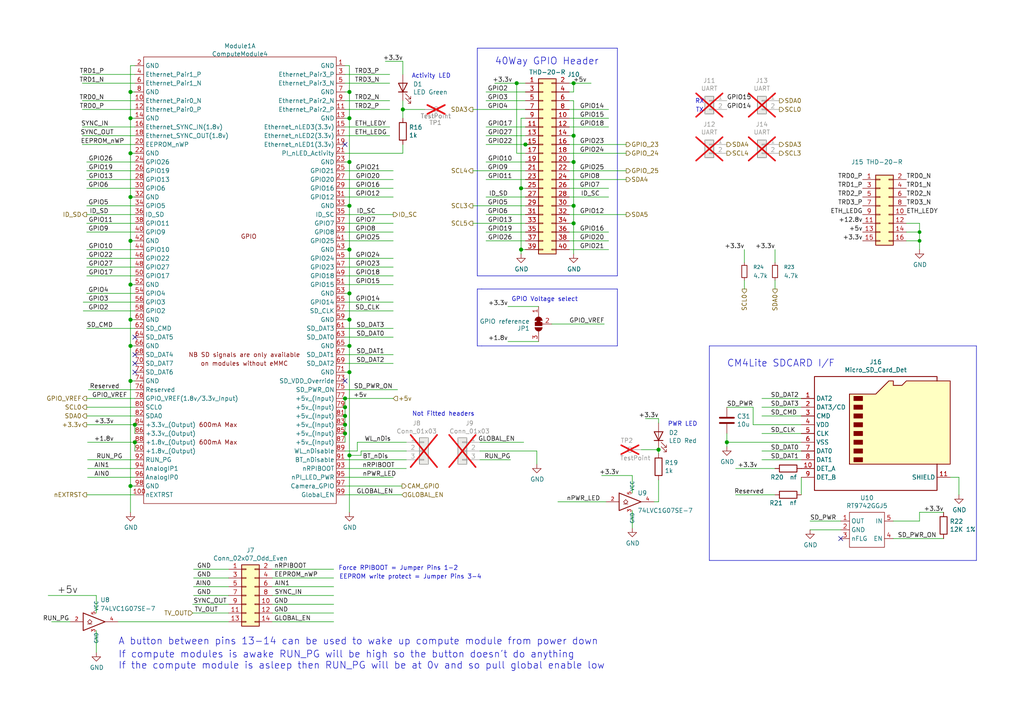
<source format=kicad_sch>
(kicad_sch (version 20250114) (generator "eeschema") (generator_version "9.0")
  (paper "A4")
  (title_block (title "NFC terminal carreir board") (date "2025-08-16") (rev "1") (company "Grigorii Merkushev (aka brushknight)") (comment 1 "brushknight.com"))
  (text "TX" (at 202.946 32.004 0) (effects (font (size 1.27 1.27))))
  (text "PWR LED" (at 193.675 123.825 0) (effects (font (size 1.27 1.27)) (justify left bottom)))
  (text "40Way GPIO Header" (at 143.51 19.05 0) (effects (font (size 2.007 2.007)) (justify left bottom)))
  (text "CM4Lite SDCARD I/F" (at 210.82 106.68 0) (effects (font (size 2.007 2.007)) (justify left bottom)))
  (text "GPIO Voltage select\n" (at 167.64 87.63 0) (effects (font (size 1.27 1.27)) (justify right bottom)))
  (text "Activity LED" (at 119.38 22.86 0) (effects (font (size 1.27 1.27)) (justify left bottom)))
  (text "EEPROM write protect = Jumper Pins 3-4\n\n" (at 139.7 170.18 0) (effects (font (size 1.27 1.27)) (justify right bottom)))
  (text "Not Fitted headers" (at 137.668 120.904 0) (effects (font (size 1.27 1.27)) (justify right bottom)))
  (text "A button between pins 13-14 can be used to wake up compute module from power down\n\n" (at 34.29 190.5 0) (effects (font (size 2.007 2.007)) (justify left bottom)))
  (text "If compute modules is awake RUN_PG will be high so the button doesn't do anything\nIf the compute module is asleep then RUN_PG will be at 0v and so pull global enable low" (at 34.29 194.31 0) (effects (font (size 2.007 2.007)) (justify left bottom)))
  (text "Force RPIBOOT = Jumper Pins 1-2 \n" (at 133.858 165.608 0) (effects (font (size 1.27 1.27)) (justify right bottom)))
  (text "RX" (at 202.946 29.464 0) (effects (font (size 1.27 1.27))))
  (junction (at 37.846 92.71) (diameter 1.016))
  (junction (at 101.346 132.08) (diameter 1.016))
  (junction (at 266.7 69.85))
  (junction (at 166.37 39.37) (diameter 1.016))
  (junction (at 101.346 59.69) (diameter 1.016))
  (junction (at 151.13 54.61) (diameter 1.016))
  (junction (at 166.37 24.13) (diameter 1.016))
  (junction (at 101.346 46.99) (diameter 1.016))
  (junction (at 101.346 72.39) (diameter 1.016))
  (junction (at 101.346 26.67) (diameter 1.016))
  (junction (at 151.13 72.39) (diameter 1.016))
  (junction (at 100.076 125.73) (diameter 1.016))
  (junction (at 101.346 85.09) (diameter 1.016))
  (junction (at 166.37 64.77) (diameter 1.016))
  (junction (at 37.846 69.85) (diameter 1.016))
  (junction (at 37.846 26.67) (diameter 1.016))
  (junction (at 100.076 120.65) (diameter 1.016))
  (junction (at 37.846 100.33) (diameter 1.016))
  (junction (at 37.846 44.45) (diameter 1.016))
  (junction (at 39.116 123.19) (diameter 1.016))
  (junction (at 116.84 31.75) (diameter 1.016))
  (junction (at 101.346 107.95) (diameter 1.016))
  (junction (at 101.346 34.29) (diameter 1.016))
  (junction (at 149.86 24.13) (diameter 1.016))
  (junction (at 166.37 46.99) (diameter 1.016))
  (junction (at 191.008 130.429) (diameter 1.016))
  (junction (at 210.82 128.27) (diameter 1.016))
  (junction (at 101.346 92.71) (diameter 1.016))
  (junction (at 266.7 67.31))
  (junction (at 100.076 115.57) (diameter 1.016))
  (junction (at 100.076 123.19) (diameter 1.016))
  (junction (at 101.346 100.33) (diameter 1.016))
  (junction (at 37.846 82.55) (diameter 1.016))
  (junction (at 166.37 59.69) (diameter 1.016))
  (junction (at 39.116 128.27) (diameter 1.016))
  (junction (at 37.846 110.49) (diameter 1.016))
  (junction (at 37.846 34.29) (diameter 1.016))
  (junction (at 37.846 57.15) (diameter 1.016))
  (junction (at 37.846 140.97) (diameter 1.016))
  (junction (at 152.4 41.91) (diameter 1.016))
  (junction (at 100.076 118.11) (diameter 1.016))
  (no_connect (at 243.84 156.21))
  (no_connect (at 100.076 110.49))
  (no_connect (at 39.116 97.79))
  (no_connect (at 100.076 41.91))
  (no_connect (at 39.116 107.95))
  (no_connect (at 39.116 105.41))
  (no_connect (at 39.116 102.87))
  (wire (pts (xy 25.146 118.11) (xy 39.116 118.11)))
  (wire (pts (xy 23.876 36.83) (xy 39.116 36.83)))
  (wire (pts (xy 37.846 57.15) (xy 39.116 57.15)))
  (wire (pts (xy 78.994 175.26) (xy 96.774 175.26)))
  (wire (pts (xy 166.37 64.77) (xy 166.37 73.66)))
  (wire (pts (xy 100.076 44.45) (xy 116.84 44.45)))
  (wire (pts (xy 140.97 39.37) (xy 152.4 39.37)))
  (wire (pts (xy 166.37 29.21) (xy 166.37 39.37)))
  (wire (pts (xy 78.994 170.18) (xy 96.774 170.18)))
  (wire (pts (xy 56.134 167.64) (xy 66.294 167.64)))
  (wire (pts (xy 101.346 132.08) (xy 101.346 148.59)))
  (wire (pts (xy 100.076 21.59) (xy 113.03 21.59)))
  (polyline (pts (xy 179.07 100.33) (xy 139.7 100.33)) (stroke (width 0) (type solid)))
  (wire (pts (xy 101.346 46.99) (xy 101.346 59.69)))
  (wire (pts (xy 37.846 44.45) (xy 37.846 57.15)))
  (wire (pts (xy 140.97 52.07) (xy 152.4 52.07)))
  (wire (pts (xy 100.076 85.09) (xy 101.346 85.09)))
  (wire (pts (xy 266.7 64.77) (xy 266.7 67.31)))
  (wire (pts (xy 56.134 170.18) (xy 66.294 170.18)))
  (wire (pts (xy 147.32 99.06) (xy 156.21 99.06)))
  (polyline (pts (xy 139.7 83.82) (xy 138.43 83.82)) (stroke (width 0) (type solid)))
  (wire (pts (xy 183.388 137.922) (xy 174.498 137.922)))
  (wire (pts (xy 166.37 64.77) (xy 166.37 59.69)))
  (wire (pts (xy 27.94 172.72) (xy 27.94 177.8)))
  (wire (pts (xy 25.4 138.43) (xy 39.116 138.43)))
  (wire (pts (xy 137.16 49.53) (xy 152.4 49.53)))
  (wire (pts (xy 100.076 80.01) (xy 114.046 80.01)))
  (wire (pts (xy 103.632 128.27) (xy 117.856 128.27)))
  (wire (pts (xy 100.076 34.29) (xy 101.346 34.29)))
  (wire (pts (xy 137.16 59.69) (xy 152.4 59.69)))
  (polyline (pts (xy 205.74 162.56) (xy 205.74 100.33)) (stroke (width 0) (type solid)))
  (wire (pts (xy 139.192 133.35) (xy 148.082 133.35)))
  (wire (pts (xy 25.146 115.57) (xy 39.116 115.57)))
  (wire (pts (xy 100.076 52.07) (xy 114.046 52.07)))
  (wire (pts (xy 140.97 62.23) (xy 152.4 62.23)))
  (wire (pts (xy 101.346 85.09) (xy 101.346 92.71)))
  (wire (pts (xy 166.37 46.99) (xy 165.1 46.99)))
  (wire (pts (xy 37.846 19.05) (xy 37.846 26.67)))
  (wire (pts (xy 100.076 36.83) (xy 113.03 36.83)))
  (wire (pts (xy 25.146 59.69) (xy 39.116 59.69)))
  (wire (pts (xy 166.37 39.37) (xy 165.1 39.37)))
  (wire (pts (xy 100.076 87.63) (xy 114.046 87.63)))
  (wire (pts (xy 56.134 172.72) (xy 66.294 172.72)))
  (wire (pts (xy 100.076 133.35) (xy 117.856 133.35)))
  (wire (pts (xy 78.994 172.72) (xy 96.774 172.72)))
  (wire (pts (xy 37.846 69.85) (xy 39.116 69.85)))
  (wire (pts (xy 100.076 19.05) (xy 101.346 19.05)))
  (wire (pts (xy 140.97 29.21) (xy 152.4 29.21)))
  (wire (pts (xy 266.7 69.85) (xy 266.7 72.39)))
  (wire (pts (xy 25.4 133.35) (xy 39.116 133.35)))
  (wire (pts (xy 100.076 67.31) (xy 114.046 67.31)))
  (wire (pts (xy 100.076 107.95) (xy 101.346 107.95)))
  (wire (pts (xy 23.876 39.37) (xy 39.116 39.37)))
  (wire (pts (xy 137.16 64.77) (xy 152.4 64.77)))
  (wire (pts (xy 100.076 140.97) (xy 116.586 140.97)))
  (polyline (pts (xy 179.07 13.97) (xy 138.43 13.97)) (stroke (width 0) (type solid)))
  (wire (pts (xy 213.36 135.89) (xy 224.79 135.89)))
  (wire (pts (xy 100.076 46.99) (xy 101.346 46.99)))
  (wire (pts (xy 100.076 138.43) (xy 114.046 138.43)))
  (wire (pts (xy 101.346 132.08) (xy 104.7242 132.08)))
  (wire (pts (xy 100.076 26.67) (xy 101.346 26.67)))
  (wire (pts (xy 143.51 24.13) (xy 149.86 24.13)))
  (wire (pts (xy 165.1 24.13) (xy 166.37 24.13)))
  (wire (pts (xy 266.7 148.59) (xy 266.7 151.13)))
  (wire (pts (xy 100.076 24.13) (xy 113.03 24.13)))
  (wire (pts (xy 39.116 19.05) (xy 37.846 19.05)))
  (wire (pts (xy 191.008 121.412) (xy 187.198 121.412)))
  (wire (pts (xy 25.4 128.27) (xy 39.116 128.27)))
  (wire (pts (xy 100.076 120.65) (xy 100.076 123.19)))
  (wire (pts (xy 34.29 180.34) (xy 66.294 180.34)))
  (wire (pts (xy 243.84 151.13) (xy 234.95 151.13)))
  (wire (pts (xy 100.076 82.55) (xy 114.046 82.55)))
  (wire (pts (xy 39.116 128.27) (xy 39.37 128.27)))
  (wire (pts (xy 262.89 64.77) (xy 266.7 64.77)))
  (wire (pts (xy 39.116 140.97) (xy 37.846 140.97)))
  (wire (pts (xy 218.44 123.19) (xy 218.44 118.11)))
  (wire (pts (xy 25.146 46.99) (xy 39.116 46.99)))
  (wire (pts (xy 25.146 120.65) (xy 39.116 120.65)))
  (wire (pts (xy 13.97 172.72) (xy 27.94 172.72)))
  (wire (pts (xy 165.1 36.83) (xy 176.53 36.83)))
  (wire (pts (xy 232.41 138.43) (xy 232.41 143.51)))
  (wire (pts (xy 100.076 115.57) (xy 114.046 115.57)))
  (wire (pts (xy 78.994 180.34) (xy 96.774 180.34)))
  (wire (pts (xy 101.346 92.71) (xy 101.346 100.33)))
  (wire (pts (xy 37.846 82.55) (xy 39.116 82.55)))
  (wire (pts (xy 165.1 29.21) (xy 166.37 29.21)))
  (wire (pts (xy 100.076 62.23) (xy 114.046 62.23)))
  (wire (pts (xy 101.346 72.39) (xy 101.346 85.09)))
  (wire (pts (xy 25.146 54.61) (xy 39.116 54.61)))
  (wire (pts (xy 100.076 69.85) (xy 114.046 69.85)))
  (wire (pts (xy 151.13 34.29) (xy 151.13 54.61)))
  (polyline (pts (xy 179.07 13.97) (xy 179.07 80.01)) (stroke (width 0) (type solid)))
  (wire (pts (xy 191.008 122.682) (xy 191.008 121.412)))
  (wire (pts (xy 37.846 92.71) (xy 39.116 92.71)))
  (wire (pts (xy 151.13 54.61) (xy 152.4 54.61)))
  (wire (pts (xy 56.134 165.1) (xy 66.294 165.1)))
  (wire (pts (xy 100.076 77.47) (xy 114.046 77.47)))
  (polyline (pts (xy 138.43 100.33) (xy 138.43 83.82)) (stroke (width 0) (type solid)))
  (wire (pts (xy 262.89 67.31) (xy 266.7 67.31)))
  (wire (pts (xy 37.846 110.49) (xy 37.846 140.97)))
  (wire (pts (xy 149.86 24.13) (xy 149.86 44.45)))
  (polyline (pts (xy 179.07 83.82) (xy 179.07 100.33)) (stroke (width 0) (type solid)))
  (wire (pts (xy 165.1 31.75) (xy 176.53 31.75)))
  (wire (pts (xy 100.076 125.73) (xy 100.076 128.27)))
  (wire (pts (xy 140.97 67.31) (xy 152.4 67.31)))
  (wire (pts (xy 25.146 62.23) (xy 39.116 62.23)))
  (wire (pts (xy 165.1 67.31) (xy 176.53 67.31)))
  (wire (pts (xy 114.046 90.17) (xy 100.076 90.17)))
  (wire (pts (xy 165.1 69.85) (xy 176.53 69.85)))
  (wire (pts (xy 100.076 59.69) (xy 101.346 59.69)))
  (wire (pts (xy 25.146 52.07) (xy 39.116 52.07)))
  (wire (pts (xy 139.192 130.81) (xy 155.702 130.81)))
  (wire (pts (xy 100.076 118.11) (xy 100.076 120.65)))
  (wire (pts (xy 25.146 95.25) (xy 39.116 95.25)))
  (wire (pts (xy 165.1 54.61) (xy 176.53 54.61)))
  (wire (pts (xy 25.4 135.89) (xy 39.116 135.89)))
  (wire (pts (xy 183.388 148.082) (xy 183.388 153.162)))
  (wire (pts (xy 191.008 139.192) (xy 191.008 145.542)))
  (wire (pts (xy 160.02 93.98) (xy 175.26 93.98)))
  (wire (pts (xy 259.08 156.21) (xy 273.685 156.21)))
  (wire (pts (xy 100.076 29.21) (xy 113.03 29.21)))
  (wire (pts (xy 232.41 133.35) (xy 220.98 133.35)))
  (wire (pts (xy 100.076 123.19) (xy 100.076 125.73)))
  (wire (pts (xy 23.876 41.91) (xy 39.116 41.91)))
  (wire (pts (xy 23.876 21.59) (xy 39.116 21.59)))
  (wire (pts (xy 140.97 36.83) (xy 152.4 36.83)))
  (wire (pts (xy 165.1 49.53) (xy 181.61 49.53)))
  (wire (pts (xy 100.076 31.75) (xy 113.03 31.75)))
  (wire (pts (xy 191.008 130.302) (xy 191.008 130.429)))
  (wire (pts (xy 165.1 57.15) (xy 176.53 57.15)))
  (wire (pts (xy 151.13 54.61) (xy 151.13 72.39)))
  (wire (pts (xy 25.146 85.09) (xy 39.116 85.09)))
  (wire (pts (xy 25.146 49.53) (xy 39.116 49.53)))
  (wire (pts (xy 243.84 153.67) (xy 234.95 153.67)))
  (wire (pts (xy 78.994 167.64) (xy 96.774 167.64)))
  (wire (pts (xy 220.98 115.57) (xy 232.41 115.57)))
  (wire (pts (xy 100.076 39.37) (xy 113.03 39.37)))
  (wire (pts (xy 55.88 177.8) (xy 66.294 177.8)))
  (wire (pts (xy 37.846 100.33) (xy 39.116 100.33)))
  (wire (pts (xy 191.008 145.542) (xy 189.738 145.542)))
  (polyline (pts (xy 283.21 100.33) (xy 283.21 162.56)) (stroke (width 0) (type solid)))
  (wire (pts (xy 166.37 39.37) (xy 166.37 46.99)))
  (wire (pts (xy 25.146 143.51) (xy 39.116 143.51)))
  (wire (pts (xy 165.1 34.29) (xy 176.53 34.29)))
  (wire (pts (xy 266.7 67.31) (xy 266.7 69.85)))
  (wire (pts (xy 100.076 113.03) (xy 115.316 113.03)))
  (wire (pts (xy 278.13 138.43) (xy 278.13 143.51)))
  (wire (pts (xy 140.97 69.85) (xy 152.4 69.85)))
  (wire (pts (xy 78.994 165.1) (xy 96.774 165.1)))
  (wire (pts (xy 165.1 52.07) (xy 181.61 52.07)))
  (wire (pts (xy 100.076 64.77) (xy 114.046 64.77)))
  (wire (pts (xy 100.076 49.53) (xy 114.046 49.53)))
  (wire (pts (xy 140.97 26.67) (xy 152.4 26.67)))
  (wire (pts (xy 140.97 57.15) (xy 152.4 57.15)))
  (wire (pts (xy 262.89 69.85) (xy 266.7 69.85)))
  (wire (pts (xy 213.36 143.51) (xy 224.79 143.51)))
  (wire (pts (xy 101.346 26.67) (xy 101.346 34.29)))
  (wire (pts (xy 139.192 128.27) (xy 151.892 128.27)))
  (wire (pts (xy 25.146 67.31) (xy 39.116 67.31)))
  (wire (pts (xy 39.116 125.73) (xy 39.116 123.19)))
  (wire (pts (xy 78.994 177.8) (xy 96.774 177.8)))
  (wire (pts (xy 183.388 143.002) (xy 183.388 137.922)))
  (polyline (pts (xy 139.7 83.82) (xy 179.07 83.82)) (stroke (width 0) (type solid)))
  (wire (pts (xy 215.9 72.39) (xy 215.9 76.2)))
  (wire (pts (xy 116.84 31.75) (xy 116.84 29.21)))
  (wire (pts (xy 25.146 64.77) (xy 39.116 64.77)))
  (wire (pts (xy 25.146 80.01) (xy 39.116 80.01)))
  (wire (pts (xy 186.0042 130.429) (xy 191.008 130.429)))
  (wire (pts (xy 100.076 74.93) (xy 114.046 74.93)))
  (wire (pts (xy 273.685 148.59) (xy 266.7 148.59)))
  (wire (pts (xy 39.116 130.81) (xy 39.116 128.27)))
  (wire (pts (xy 101.346 59.69) (xy 101.346 72.39)))
  (wire (pts (xy 166.37 59.69) (xy 166.37 46.99)))
  (polyline (pts (xy 283.21 162.56) (xy 205.74 162.56)) (stroke (width 0) (type solid)))
  (wire (pts (xy 191.008 130.429) (xy 191.008 131.572)))
  (wire (pts (xy 116.84 21.59) (xy 116.84 17.78)))
  (wire (pts (xy 224.79 72.39) (xy 224.79 76.2)))
  (wire (pts (xy 210.82 125.73) (xy 210.82 128.27)))
  (wire (pts (xy 100.076 100.33) (xy 101.346 100.33)))
  (wire (pts (xy 100.076 143.51) (xy 116.586 143.51)))
  (wire (pts (xy 37.846 110.49) (xy 39.116 110.49)))
  (wire (pts (xy 220.98 130.81) (xy 232.41 130.81)))
  (wire (pts (xy 210.82 118.11) (xy 218.44 118.11)))
  (wire (pts (xy 166.37 24.13) (xy 171.45 24.13)))
  (wire (pts (xy 151.13 72.39) (xy 152.4 72.39)))
  (wire (pts (xy 37.846 44.45) (xy 39.116 44.45)))
  (wire (pts (xy 100.076 115.57) (xy 100.076 118.11)))
  (wire (pts (xy 166.37 26.67) (xy 166.37 24.13)))
  (wire (pts (xy 104.7242 132.08) (xy 104.7242 130.81)))
  (wire (pts (xy 39.116 34.29) (xy 37.846 34.29)))
  (wire (pts (xy 101.346 34.29) (xy 101.346 46.99)))
  (wire (pts (xy 149.86 44.45) (xy 152.4 44.45)))
  (wire (pts (xy 55.88 175.26) (xy 66.294 175.26)))
  (wire (pts (xy 23.876 29.21) (xy 39.116 29.21)))
  (wire (pts (xy 100.076 130.81) (xy 103.632 130.81)))
  (wire (pts (xy 37.846 34.29) (xy 37.846 44.45)))
  (wire (pts (xy 232.41 123.19) (xy 218.44 123.19)))
  (polyline (pts (xy 138.43 100.33) (xy 139.7 100.33)) (stroke (width 0) (type solid)))
  (wire (pts (xy 25.146 74.93) (xy 39.116 74.93)))
  (wire (pts (xy 114.046 102.87) (xy 100.076 102.87)))
  (wire (pts (xy 152.4 34.29) (xy 151.13 34.29)))
  (wire (pts (xy 259.08 151.13) (xy 266.7 151.13)))
  (wire (pts (xy 25.146 77.47) (xy 39.116 77.47)))
  (wire (pts (xy 100.076 57.15) (xy 114.046 57.15)))
  (wire (pts (xy 24.13 90.17) (xy 39.116 90.17)))
  (wire (pts (xy 100.076 92.71) (xy 101.346 92.71)))
  (wire (pts (xy 39.116 26.67) (xy 37.846 26.67)))
  (wire (pts (xy 24.13 87.63) (xy 39.116 87.63)))
  (wire (pts (xy 27.94 182.88) (xy 27.94 189.23)))
  (wire (pts (xy 37.846 82.55) (xy 37.846 92.71)))
  (wire (pts (xy 25.6032 113.03) (xy 39.116 113.03)))
  (wire (pts (xy 165.1 64.77) (xy 166.37 64.77)))
  (polyline (pts (xy 205.74 100.33) (xy 283.21 100.33)) (stroke (width 0) (type solid)))
  (wire (pts (xy 111.76 17.78) (xy 116.84 17.78)))
  (wire (pts (xy 37.846 92.71) (xy 37.846 100.33)))
  (polyline (pts (xy 138.43 80.01) (xy 179.07 80.01)) (stroke (width 0) (type solid)))
  (wire (pts (xy 37.846 100.33) (xy 37.846 110.49)))
  (wire (pts (xy 101.346 19.05) (xy 101.346 26.67)))
  (wire (pts (xy 37.846 140.97) (xy 37.846 148.59)))
  (wire (pts (xy 25.146 123.19) (xy 39.116 123.19)))
  (wire (pts (xy 140.97 46.99) (xy 152.4 46.99)))
  (wire (pts (xy 140.97 41.91) (xy 152.4 41.91)))
  (wire (pts (xy 232.41 118.11) (xy 220.98 118.11)))
  (wire (pts (xy 161.798 145.542) (xy 175.768 145.542)))
  (wire (pts (xy 232.41 125.73) (xy 220.98 125.73)))
  (wire (pts (xy 103.632 130.81) (xy 103.632 128.27)))
  (wire (pts (xy 165.1 62.23) (xy 181.61 62.23)))
  (wire (pts (xy 37.846 57.15) (xy 37.846 69.85)))
  (wire (pts (xy 275.59 138.43) (xy 278.13 138.43)))
  (wire (pts (xy 154.94 41.91) (xy 152.4 41.91)))
  (wire (pts (xy 165.1 59.69) (xy 166.37 59.69)))
  (wire (pts (xy 100.076 97.79) (xy 114.046 97.79)))
  (wire (pts (xy 101.346 100.33) (xy 101.346 107.95)))
  (wire (pts (xy 224.79 81.28) (xy 224.79 83.82)))
  (wire (pts (xy 155.702 130.81) (xy 155.702 134.62)))
  (wire (pts (xy 100.076 105.41) (xy 114.046 105.41)))
  (wire (pts (xy 165.1 41.91) (xy 181.61 41.91)))
  (wire (pts (xy 210.82 128.27) (xy 210.82 129.54)))
  (wire (pts (xy 23.876 24.13) (xy 39.116 24.13)))
  (wire (pts (xy 114.046 95.25) (xy 100.076 95.25)))
  (wire (pts (xy 165.1 26.67) (xy 166.37 26.67)))
  (wire (pts (xy 215.9 81.28) (xy 215.9 83.82)))
  (wire (pts (xy 147.32 88.9) (xy 156.21 88.9)))
  (wire (pts (xy 14.986 180.34) (xy 20.32 180.34)))
  (wire (pts (xy 100.076 135.89) (xy 117.856 135.89)))
  (wire (pts (xy 123.19 31.75) (xy 116.84 31.75)))
  (wire (pts (xy 116.84 34.29) (xy 116.84 31.75)))
  (wire (pts (xy 151.13 72.39) (xy 151.13 73.66)))
  (wire (pts (xy 100.076 54.61) (xy 114.046 54.61)))
  (wire (pts (xy 220.98 120.65) (xy 232.41 120.65)))
  (wire (pts (xy 25.146 72.39) (xy 39.116 72.39)))
  (wire (pts (xy 210.82 128.27) (xy 232.41 128.27)))
  (wire (pts (xy 116.84 44.45) (xy 116.84 41.91)))
  (wire (pts (xy 137.16 31.75) (xy 152.4 31.75)))
  (wire (pts (xy 165.1 44.45) (xy 181.61 44.45)))
  (polyline (pts (xy 138.43 13.97) (xy 138.43 80.01)) (stroke (width 0) (type solid)))
  (wire (pts (xy 101.346 107.95) (xy 101.346 132.08)))
  (wire (pts (xy 104.7242 130.81) (xy 117.856 130.81)))
  (wire (pts (xy 23.876 31.75) (xy 39.116 31.75)))
  (wire (pts (xy 152.4 24.13) (xy 149.86 24.13)))
  (wire (pts (xy 37.846 69.85) (xy 37.846 82.55)))
  (wire (pts (xy 100.076 72.39) (xy 101.346 72.39)))
  (wire (pts (xy 165.1 72.39) (xy 176.53 72.39)))
  (wire (pts (xy 37.846 26.67) (xy 37.846 34.29)))
  (label "GPIO12" (at 110.236 57.15 180))
  (label "GPIO15" (at 175.26 34.29 180))
  (label "ID_SD" (at 147.32 57.15 180))
  (label "ETH_LEDG" (at 250.19 62.23 180))
  (label "GPIO23" (at 110.236 77.47 180))
  (label "+12.8v" (at 250.19 64.77 180))
  (label "SD_PWR_ON" (at 102.616 113.03 0))
  (label "+3.3v" (at 250.19 69.85 180))
  (label "ID_SC" (at 108.966 62.23 180))
  (label "GPIO14" (at 110.236 87.63 180))
  (label "TRD1_P" (at 30.226 21.59 180))
  (label "Reserved" (at 34.671 113.03 180))
  (label "SD_DAT3" (at 223.52 118.11 0))
  (label "SD_DAT3" (at 111.506 95.25 180))
  (label "+3.3v" (at 147.32 88.9 180))
  (label "GPIO12" (at 175.26 62.23 180))
  (label "SD_DAT0" (at 223.52 130.81 0))
  (label "SD_PWR" (at 234.95 151.13 0))
  (label "GPIO11" (at 148.59 52.07 180))
  (label "GPIO18" (at 175.26 36.83 180))
  (label "nPWR_LED" (at 105.156 138.43 0))
  (label "GND" (at 83.566 175.26 180))
  (label "GPIO3" (at 147.32 29.21 180))
  (label "GPIO15" (at 210.82 29.21 0))
  (label "SD_PWR" (at 210.82 118.11 0))
  (label "+5v" (at 16.51 172.72 0) (effects (font (size 2.0066 2.0066))))
  (label "SD_DAT0" (at 111.506 97.79 180))
  (label "GPIO14" (at 175.26 31.75 180))
  (label "GPIO7" (at 173.99 54.61 180))
  (label "GPIO20" (at 110.236 52.07 180))
  (label "SD_DAT1" (at 223.52 133.35 0))
  (label "+5v" (at 250.19 67.31 180))
  (label "GPIO26" (at 148.59 69.85 180))
  (label "BT_nDis" (at 112.6236 133.35 180))
  (label "TRD2_P" (at 250.19 57.15 180))
  (label "SD_DAT2" (at 111.506 105.41 180))
  (label "EEPROM_nWP" (at 36.068 41.91 180))
  (label "GPIO8" (at 108.966 67.31 180))
  (label "AIN0" (at 61.214 170.18 180))
  (label "GPIO26" (at 32.766 46.99 180))
  (label "+3.3v" (at 219.71 135.89 180))
  (label "GPIO5" (at 147.32 59.69 180))
  (label "SYNC_IN" (at 31.496 36.83 180))
  (label "GPIO2" (at 147.32 26.67 180))
  (label "SD_PWR_ON" (at 260.35 156.21 0))
  (label "GPIO18" (at 110.236 80.01 180))
  (label "GPIO15" (at 110.236 82.55 180))
  (label "TRD2_P" (at 102.87 31.75 0))
  (label "GPIO25" (at 110.236 69.85 180))
  (label "nRPIBOOT" (at 114.5032 135.89 180))
  (label "GPIO_VREF" (at 26.67 115.57 0))
  (label "GPIO6" (at 147.32 62.23 180))
  (label "GPIO13" (at 148.59 64.77 180))
  (label "TRD1_N" (at 262.89 54.61 0))
  (label "GPIO6" (at 31.496 54.61 180))
  (label "TRD3_N" (at 102.87 24.13 0))
  (label "GPIO17" (at 148.59 36.83 180))
  (label "GPIO9" (at 147.32 49.53 180))
  (label "GPIO25" (at 175.26 49.53 180))
  (label "TRD0_P" (at 250.19 52.07 180))
  (label "GPIO21" (at 175.26 72.39 180))
  (label "AIN1" (at 84.074 170.18 180))
  (label "GPIO13" (at 32.766 52.07 180))
  (label "GPIO_VREF" (at 165.1 93.98 0))
  (label "GPIO19" (at 148.59 67.31 180))
  (label "+3.3v" (at 191.008 121.412 180))
  (label "GPIO16" (at 110.236 54.61 180))
  (label "AIN1" (at 31.75 135.89 180))
  (label "SYNC_IN" (at 87.63 172.72 180))
  (label "TRD0_N" (at 30.226 29.21 180))
  (label "SD_CMD" (at 32.766 95.25 180))
  (label "GND" (at 61.214 165.1 180))
  (label "+5v" (at 170.18 24.13 180))
  (label "RUN_PG" (at 148.082 133.35 180))
  (label "TRD3_N" (at 262.89 59.69 0))
  (label "GPIO22" (at 32.766 74.93 180))
  (label "SD_CLK" (at 223.52 125.73 0))
  (label "GPIO19" (at 32.766 49.53 180))
  (label "+3.3v" (at 148.59 24.13 180))
  (label "GPIO4" (at 31.496 85.09 180))
  (label "nPWR_LED" (at 164.338 145.542 0))
  (label "GPIO5" (at 31.496 59.69 180))
  (label "+3.3v" (at 33.02 123.19 180))
  (label "GPIO10" (at 148.59 46.99 180))
  (label "+5v" (at 106.426 115.57 180))
  (label "SYNC_OUT" (at 33.02 39.37 180))
  (label "TRD2_N" (at 262.89 57.15 0))
  (label "GPIO14" (at 210.82 31.75 0))
  (label "GND" (at 61.214 167.64 180))
  (label "EEPROM_nWP" (at 92.202 167.64 180))
  (label "SYNC_OUT" (at 65.786 175.26 180))
  (label "GLOBAL_EN" (at 114.046 143.51 180))
  (label "+3.3v" (at 273.685 148.59 180))
  (label "GPIO27" (at 32.766 77.47 180))
  (label "GLOBAL_EN" (at 90.17 180.34 180))
  (label "GLOBAL_EN" (at 149.352 128.27 180))
  (label "GPIO27" (at 148.59 39.37 180))
  (label "GPIO11" (at 32.766 64.77 180))
  (label "+1.8v" (at 33.02 128.27 180))
  (label "GND" (at 61.214 172.72 180))
  (label "TV_OUT" (at 63.246 177.8 180))
  (label "RUN_PG" (at 35.56 133.35 180))
  (label "TRD3_P" (at 102.87 21.59 0))
  (label "GPIO20" (at 175.26 69.85 180))
  (label "GPIO7" (at 108.966 64.77 180))
  (label "+3.3v" (at 215.9 72.39 180))
  (label "SD_DAT1" (at 111.506 102.87 180))
  (label "ID_SC" (at 173.99 57.15 180))
  (label "TRD1_N" (at 30.226 24.13 180))
  (label "GPIO22" (at 148.59 41.91 180))
  (label "ETH_LEDG" (at 102.87 39.37 0))
  (label "+3.3v" (at 116.84 17.78 180))
  (label "GPIO8" (at 173.99 52.07 180))
  (label "ETH_LEDY" (at 102.87 36.83 0))
  (label "TRD3_P" (at 250.19 59.69 180))
  (label "TRD0_N" (at 262.89 52.07 0))
  (label "GND" (at 83.566 177.8 180))
  (label "GPIO3" (at 31.496 87.63 180))
  (label "GPIO17" (at 32.766 80.01 180))
  (label "GPIO2" (at 31.496 90.17 180))
  (label "WL_nDis" (at 113.411 128.27 180))
  (label "ID_SD" (at 31.496 62.23 180))
  (label "TRD2_N" (at 102.87 29.21 0))
  (label "GPIO9" (at 31.496 67.31 180))
  (label "nRPIBOOT" (at 88.9 165.1 180))
  (label "+3.3v" (at 179.578 137.922 180))
  (label "GPIO23" (at 175.26 41.91 180))
  (label "SD_CLK" (at 110.236 90.17 180))
  (label "GPIO24" (at 110.236 74.93 180))
  (label "+1.8v" (at 147.32 99.06 180))
  (label "SD_CMD" (at 223.52 120.65 0))
  (label "GPIO4" (at 147.32 31.75 180))
  (label "RUN_PG" (at 20.066 180.34 180))
  (label "GPIO16" (at 175.26 67.31 180))
  (label "GPIO10" (at 32.766 72.39 180))
  (label "GPIO21" (at 110.236 49.53 180))
  (label "TRD0_P" (at 30.226 31.75 180))
  (label "TRD1_P" (at 250.19 54.61 180))
  (label "GPIO24" (at 175.26 44.45 180))
  (label "AIN0" (at 31.75 138.43 180))
  (label "+3.3v" (at 224.79 72.39 180))
  (label "SD_DAT2" (at 223.52 115.57 0))
  (label "Reserved" (at 221.615 143.51 180))
  (label "ETH_LEDY" (at 262.89 62.23 0))
  (hierarchical_label "+5v" (shape input) (at 114.046 115.57 0))
  (hierarchical_label "GLOBAL_EN" (shape input) (at 116.586 143.51 0))
  (hierarchical_label "ID_SC" (shape output) (at 114.046 62.23 0))
  (hierarchical_label "SDA4" (shape output) (at 210.82 41.91 0))
  (hierarchical_label "SDA0" (shape output) (at 226.06 29.21 0))
  (hierarchical_label "GPIO_23" (shape output) (at 181.61 41.91 0))
  (hierarchical_label "SCL3" (shape output) (at 226.06 44.45 0))
  (hierarchical_label "SCL4" (shape output) (at 137.16 49.53 180))
  (hierarchical_label "SDA3" (shape output) (at 226.06 41.91 0))
  (hierarchical_label "SCL3" (shape output) (at 137.16 59.69 180))
  (hierarchical_label "SDA4" (shape output) (at 181.61 52.07 0))
  (hierarchical_label "SCL0" (shape output) (at 226.06 31.75 0))
  (hierarchical_label "SCL0" (shape output) (at 215.9 83.82 270))
  (hierarchical_label "SDA5" (shape output) (at 181.61 62.23 0))
  (hierarchical_label "SCL5" (shape output) (at 137.16 64.77 180))
  (hierarchical_label "GPIO_25" (shape output) (at 181.61 49.53 0))
  (hierarchical_label "SDA0" (shape output) (at 224.79 83.82 270))
  (hierarchical_label "GPIO_24" (shape output) (at 181.61 44.45 0))
  (hierarchical_label "TV_OUT" (shape input) (at 55.88 177.8 180))
  (hierarchical_label "SCL4" (shape output) (at 210.82 44.45 0))
  (hierarchical_label "SDA3" (shape output) (at 137.16 31.75 180))
  (hierarchical_label "SCL0" (shape output) (at 25.146 118.11 180))
  (hierarchical_label "ID_SD" (shape output) (at 25.146 62.23 180))
  (hierarchical_label "GPIO_VREF" (shape output) (at 25.146 115.57 180))
  (hierarchical_label "SDA0" (shape output) (at 25.146 120.65 180))
  (hierarchical_label "CAM_GPIO" (shape output) (at 116.586 140.97 0))
  (hierarchical_label "nEXTRST" (shape output) (at 25.146 143.51 180))
  (hierarchical_label "+3.3v" (shape output) (at 25.146 123.19 180))
  (symbol (lib_id "CM4IO:74LVC1G07_copy") (at 183.388 145.542 0) (unit 1)
    (property "Reference" "U9" (at 184.912 143.002 0) (effects (justify left)))
    (property "Value" "74LVC1G07SE-7" (at 184.912 148.082 0) (effects (justify left)))
    (property "Footprint" "Package_TO_SOT_SMD:SOT-353_SC-70-5" (effects (hide yes)))
    (property "Datasheet" "https://www.diodes.com/assets/Datasheets/74LVC1G07.pdf" (effects (hide yes)))
    (property "Field4" "Farnell" (effects (hide yes)))
    (property "Field5" "2425492" (effects (hide yes)))
    (property "Field6" "74LVC1G07SE-7" (effects (hide yes)))
    (property "Field7" "Diodes" (effects (hide yes)))
    (property "Part Description" "Buffer, Non-Inverting 1 Element 1 Bit per Element Open Drain Output SOT-353" (effects (hide yes)))
    (property "LCSC" "C67531" (effects (hide yes)))
    (property "FT Rotation Offset" "90" (effects (hide yes)))
  )
  (symbol (lib_id "CM4IO:74LVC1G07_copy") (at 27.94 180.34 0) (unit 1)
    (property "Reference" "U8" (at 30.48 173.99 0))
    (property "Value" "74LVC1G07SE-7" (at 37.084 176.53 0))
    (property "Footprint" "Package_TO_SOT_SMD:SOT-353_SC-70-5" (effects (hide yes)))
    (property "Datasheet" "https://www.diodes.com/assets/Datasheets/74LVC1G07.pdf" (effects (hide yes)))
    (property "Field4" "Farnell" (effects (hide yes)))
    (property "Field5" "2425492" (effects (hide yes)))
    (property "Field6" "74LVC1G07SE-7" (effects (hide yes)))
    (property "Field7" "Diodes" (effects (hide yes)))
    (property "Part Description" "Buffer, Non-Inverting 1 Element 1 Bit per Element Open Drain Output SOT-353" (effects (hide yes)))
    (property "LCSC" "C67531" (effects (hide yes)))
    (property "FT Rotation Offset" "90" (effects (hide yes)))
  )
  (symbol (lib_id "power:GND") (at 27.94 189.23 0) (unit 1)
    (property "Reference" "#PWR045" (effects (hide yes)))
    (property "Value" "GND" (at 28.067 193.6242 0))
  )
  (symbol (lib_id "CM4IO:RT9742GGJ5") (at 252.73 161.29 0) (unit 1)
    (property "Reference" "U10" (at 251.46 144.399 0))
    (property "Value" "RT9742GGJ5" (at 251.46 146.7104 0))
    (property "Footprint" "Package_TO_SOT_SMD:SOT-23-5" (effects (hide yes)))
    (property "Datasheet" "https://jlcpcb.com/api/file/downloadByFileSystemAccessId/8588885201744879616" (effects (hide yes)))
    (property "Part Description" "  TSOP-5-1.5mm Power Distribution Switches ROHS" (effects (hide yes)))
    (property "LCSC" "C250547" (effects (hide yes)))
    (property "FT Rotation Offset" "0" (effects (hide yes)))
  )
  (symbol (lib_id "power:GND") (at 234.95 153.67 0) (unit 1)
    (property "Reference" "#PWR053" (effects (hide yes)))
    (property "Value" "GND" (at 235.077 158.0642 0))
  )
  (symbol (lib_id "CM4IO:ComputeModule4-CM4") (at 72.136 74.93 0) (unit 1)
    (property "Reference" "Module1" (at 69.596 13.335 0))
    (property "Value" "ComputeModule4" (at 69.596 15.6464 0))
    (property "Footprint" "CM4IO:Raspberry-Pi-4-Compute-Module" (effects (hide yes)))
    (property "Field4" "Hirose" (effects (hide yes)))
    (property "Field5" "2off DF40C-100DS-0.4V" (effects (hide yes)))
    (property "Field6" "2off DF40C-100DS-0.4V" (effects (hide yes)))
    (property "Field7" "Hirose" (effects (hide yes)))
    (property "Part Description" "	100 Position Connector Receptacle, Center Strip Contacts Surface Mount Gold" (effects (hide yes)))
    (property "LCSC" "C424649" (effects (hide yes)))
    (property "FT Rotation Offset" "90" (effects (hide yes)))
    (property "FT Position Offset" "-0.4445,21.5" (effects (hide yes)))
  )
  (symbol (lib_id "Connector_Generic:Conn_02x20_Odd_Even") (at 157.48 46.99 0) (unit 1)
    (property "Reference" "J10" (at 166.37 21.59 0))
    (property "Value" "THD-20-R" (at 158.75 20.9296 0))
    (property "Footprint" "Connector_PinHeader_2.54mm:PinHeader_2x20_P2.54mm_Vertical" (effects (hide yes)))
    (property "Datasheet" "https://www.toby.co.uk/uploads/publications/1673.pdf" (effects (hide yes)))
    (property "Field4" "Toby" (effects (hide yes)))
    (property "Field5" "THD-20-R" (effects (hide yes)))
    (property "Field6" "THD-20-R" (effects (hide yes)))
    (property "Field7" "Toby" (effects (hide yes)))
    (property "Field8" "UCON00511" (effects (hide yes)))
    (property "Part Description" "PinHeader_2x20_P2.54mm_Vertical" (effects (hide yes)))
  )
  (symbol (lib_id "Device:C") (at 210.82 121.92 0) (unit 1)
    (property "Reference" "C31" (at 213.741 120.7516 0) (effects (justify left)))
    (property "Value" "10u" (at 213.741 123.063 0) (effects (justify left)))
    (property "Footprint" "Capacitor_SMD:C_0805_2012Metric" (effects (hide yes)))
    (property "Datasheet" "https://search.murata.co.jp/Ceramy/image/img/A01X/G101/ENG/GRM21BR71A106KA73-01.pdf" (effects (hide yes)))
    (property "Field5" "490-14381-1-ND" (effects (hide yes)))
    (property "Field4" "Digikey" (effects (hide yes)))
    (property "Field6" "GRM21BR71A106KA73L" (effects (hide yes)))
    (property "Field7" "Murata" (effects (hide yes)))
    (property "Part Description" "	10uF 10% 10V Ceramic Capacitor X7R 0805 (2012 Metric)" (effects (hide yes)))
    (property "Field8" "111893011" (effects (hide yes)))
    (property "LCSC" "C15850" (effects (hide yes)))
  )
  (symbol (lib_id "power:GND") (at 166.37 73.66 0) (unit 1)
    (property "Reference" "#PWR050" (effects (hide yes)))
    (property "Value" "GND" (at 166.497 78.0542 0))
  )
  (symbol (lib_id "power:GND") (at 151.13 73.66 0) (unit 1)
    (property "Reference" "#PWR048" (effects (hide yes)))
    (property "Value" "GND" (at 151.257 78.0542 0))
  )
  (symbol (lib_id "power:GND") (at 37.846 148.59 0) (unit 1)
    (property "Reference" "#PWR046" (effects (hide yes)))
    (property "Value" "GND" (at 37.973 152.9842 0))
  )
  (symbol (lib_id "power:GND") (at 101.346 148.59 0) (unit 1)
    (property "Reference" "#PWR047" (effects (hide yes)))
    (property "Value" "GND" (at 101.473 152.9842 0))
  )
  (symbol (lib_id "Device:LED") (at 116.84 25.4 90) (unit 1)
    (property "Reference" "D1" (at 119.8118 24.4094 90) (effects (justify right)))
    (property "Value" "LED Green" (at 119.8118 26.7208 90) (effects (justify right)))
    (property "Footprint" "LED_SMD:LED_0603_1608Metric" (effects (hide yes)))
    (property "Datasheet" "http://optoelectronics.liteon.com/upload/download/DS22-2000-226/LTST-S270KGKT.pdf" (effects (hide yes)))
    (property "Field4" "Digikey " (effects (hide yes)))
    (property "Field5" "LTST-S270KGKT" (effects (hide yes)))
    (property "Field6" "SML-A12M8TT86N" (effects (hide yes)))
    (property "Field7" "Rohm" (effects (hide yes)))
    (property "Field8" "650263301" (effects (hide yes)))
    (property "Part Description" "	Green 572nm LED Indication - Discrete 2.2V 2-SMD, No Lead" (effects (hide yes)))
    (property "LCSC" "C19171301" (effects (hide yes)))
    (property "FT Rotation Offset" "180" (effects (hide yes)))
  )
  (symbol (lib_id "Device:R") (at 116.84 38.1 0) (unit 1)
    (property "Reference" "R16" (at 118.618 36.9316 0) (effects (justify left)))
    (property "Value" "1k" (at 118.618 39.243 0) (effects (justify left)))
    (property "Footprint" "Resistor_SMD:R_0402_1005Metric" (effects (hide yes)))
    (property "Datasheet" "https://fscdn.rohm.com/en/products/databook/datasheet/passive/resistor/chip_resistor/mcr-e.pdf" (effects (hide yes)))
    (property "Field4" "Farnell" (effects (hide yes)))
    (property "Field5" "9239235" (effects (hide yes)))
    (property "Field7" "KOA EUROPE GMBH" (effects (hide yes)))
    (property "Field6" "RK73H1ETTP1001F" (effects (hide yes)))
    (property "Part Description" "Resistor 1K M1005 1% 63mW" (effects (hide yes)))
    (property "Field8" "125049511" (effects (hide yes)))
    (property "LCSC" "C106235" (effects (hide yes)))
  )
  (symbol (lib_id "power:GND") (at 183.388 153.162 0) (unit 1)
    (property "Reference" "#PWR051" (effects (hide yes)))
    (property "Value" "GND" (at 183.515 157.5562 0))
  )
  (symbol (lib_id "Device:LED") (at 191.008 126.492 90) (unit 1)
    (property "Reference" "D2" (at 193.9798 125.5014 90) (effects (justify right)))
    (property "Value" "LED Red" (at 193.9798 127.8128 90) (effects (justify right)))
    (property "Footprint" "LED_SMD:LED_0603_1608Metric" (effects (hide yes)))
    (property "Datasheet" "http://optoelectronics.liteon.com/upload/download/DS22-2000-210/LTST-S270KRKT.pdf" (effects (hide yes)))
    (property "Field4" "Digikey " (effects (hide yes)))
    (property "Field5" "	LTST-S270KRKT" (effects (hide yes)))
    (property "Field6" "SML-A12U8TT86Q" (effects (hide yes)))
    (property "Field7" "Rohm" (effects (hide yes)))
    (property "Field8" "650295101" (effects (hide yes)))
    (property "Part Description" "	Red 620nm LED Indication - Discrete 2.2V 2-SMD, No Lead" (effects (hide yes)))
    (property "LCSC" "C965799" (effects (hide yes)))
  )
  (symbol (lib_id "Device:R") (at 191.008 135.382 0) (unit 1)
    (property "Reference" "R19" (at 192.786 134.2136 0) (effects (justify left)))
    (property "Value" "1k" (at 192.786 136.525 0) (effects (justify left)))
    (property "Footprint" "Resistor_SMD:R_0402_1005Metric" (effects (hide yes)))
    (property "Datasheet" "https://fscdn.rohm.com/en/products/databook/datasheet/passive/resistor/chip_resistor/mcr-e.pdf" (effects (hide yes)))
    (property "Field4" "Farnell" (effects (hide yes)))
    (property "Field5" "9239235" (effects (hide yes)))
    (property "Field7" "KOA EUROPE GMBH" (effects (hide yes)))
    (property "Field6" "RK73H1ETTP1001F" (effects (hide yes)))
    (property "Part Description" "Resistor 1K M1005 1% 63mW" (effects (hide yes)))
    (property "Field8" "125049511" (effects (hide yes)))
    (property "LCSC" "C106235" (effects (hide yes)))
  )
  (symbol (lib_id "Connector_Generic:Conn_01x03") (at 134.112 130.81 0) (mirror y) (unit 1) (in_bom no) (on_board no) (dnp yes)
    (property "Reference" "J9" (at 136.1948 122.7582 0))
    (property "Value" "Conn_01x03" (at 136.1948 125.0696 0))
    (property "Footprint" "Connector_PinHeader_2.54mm:PinHeader_1x03_P2.54mm_Vertical" (effects (hide yes)))
    (property "Field4" "nf" (effects (hide yes)))
    (property "Field5" "nf" (effects (hide yes)))
    (property "Field6" "nf" (effects (hide yes)))
    (property "Field7" "nf" (effects (hide yes)))
    (property "Part Description" "3pin 0.1\" connector" (effects (hide yes)))
  )
  (symbol (lib_id "power:GND") (at 155.702 134.62 0) (unit 1)
    (property "Reference" "#PWR049" (effects (hide yes)))
    (property "Value" "GND" (at 155.829 139.0142 0))
  )
  (symbol (lib_id "Connector:TestPoint") (at 186.0042 130.429 90) (unit 1) (in_bom no) (dnp yes)
    (property "Reference" "TP2" (at 183.642 127.762 90) (effects (justify left)))
    (property "Value" "TestPoint" (at 188.722 132.842 90) (effects (justify left)))
    (property "Footprint" "TestPoint:TestPoint_Pad_2.0x2.0mm" (effects (hide yes)))
    (property "Field4" "nf" (effects (hide yes)))
    (property "Field5" "nf" (effects (hide yes)))
    (property "Field6" "nf" (effects (hide yes)))
    (property "Field7" "nf" (effects (hide yes)))
  )
  (symbol (lib_id "Connector:Micro_SD_Card_Det") (at 255.27 125.73 0) (unit 1)
    (property "Reference" "J16" (at 254 104.9782 0))
    (property "Value" "Micro_SD_Card_Det" (at 254 107.2896 0))
    (property "Footprint" "CM4IO:SDCARD_MOLEX_503398-1892" (effects (hide yes)))
    (property "Datasheet" "https://www.hirose.com/product/en/download_file/key_name/DM3/category/Catalog/doc_file_id/49662/?file_category_id=4&item_id=195&is_series=1" (effects (hide yes)))
    (property "Field4" "Farnell" (effects (hide yes)))
    (property "Field5" "2358234" (effects (hide yes)))
    (property "Field6" "503398-1892" (effects (hide yes)))
    (property "Field7" "Molex" (effects (hide yes)))
    (property "Part Description" "9 (8 + 1) Position Card Connector microSD™ Surface Mount, Right Angle Gold" (effects (hide yes)))
    (property "Field8" "UCON00512" (effects (hide yes)))
    (property "LCSC" "C428492" (effects (hide yes)))
    (property "FT Position Offset" "0,-0.254" (effects (hide yes)))
  )
  (symbol (lib_id "power:GND") (at 210.82 129.54 0) (unit 1)
    (property "Reference" "#PWR052" (effects (hide yes)))
    (property "Value" "GND" (at 210.947 133.9342 0))
  )
  (symbol (lib_id "power:GND") (at 278.13 143.51 0) (unit 1)
    (property "Reference" "#PWR055" (effects (hide yes)))
    (property "Value" "GND" (at 278.257 147.9042 0))
  )
  (symbol (lib_id "Connector_Generic:Conn_02x07_Odd_Even") (at 71.374 172.72 0) (unit 1)
    (property "Reference" "J7" (at 72.644 159.6136 0))
    (property "Value" "Conn_02x07_Odd_Even" (at 72.644 161.925 0))
    (property "Footprint" "Connector_PinHeader_2.54mm:PinHeader_2x07_P2.54mm_Vertical" (effects (hide yes)))
    (property "Datasheet" "https://www.toby.co.uk/uploads/publications/1673.pdf" (effects (hide yes)))
    (property "Field4" "Toby" (effects (hide yes)))
    (property "Field5" "THD-07-R" (effects (hide yes)))
    (property "Field6" "THD-07-R" (effects (hide yes)))
    (property "Field7" "Toby" (effects (hide yes)))
    (property "Part Description" "PinHeader_2x07_P2.54mm_Vertical" (effects (hide yes)))
  )
  (symbol (lib_id "Connector_Generic:Conn_01x03") (at 122.936 130.81 0) (unit 1) (in_bom no) (on_board no) (dnp yes)
    (property "Reference" "J8" (at 120.8532 122.7582 0))
    (property "Value" "Conn_01x03" (at 120.8532 125.0696 0))
    (property "Footprint" "Connector_PinHeader_2.54mm:PinHeader_1x03_P2.54mm_Vertical" (effects (hide yes)))
    (property "Field4" "nf" (effects (hide yes)))
    (property "Field5" "nf" (effects (hide yes)))
    (property "Field6" "nf" (effects (hide yes)))
    (property "Field7" "nf" (effects (hide yes)))
    (property "Part Description" "3pin 0.1\" connector" (effects (hide yes)))
  )
  (symbol (lib_id "Device:R_Small") (at 215.9 78.74 0) (unit 1)
    (property "Reference" "R24" (at 218.44 77.4699 0) (effects (font (size 1.016 1.016)) (justify left)))
    (property "Value" "4.7k" (at 218.44 80.0099 0) (effects (justify left)))
    (property "Footprint" "Resistor_SMD:R_0402_1005Metric" (effects (hide yes)))
    (property "Description" "Resistor, small symbol" (effects (hide yes)))
    (property "LCSC" "C105871" (effects (hide yes)))
  )
  (symbol (lib_id "Jumper:SolderJumper_3_Bridged12") (at 156.21 93.98 90) (mirror x) (unit 1) (in_bom no)
    (property "Reference" "JP1" (at 153.67 95.2501 90) (effects (justify left)))
    (property "Value" "GPIO reference" (at 153.67 93.218 90) (effects (justify left)))
    (property "Footprint" "Jumper:SolderJumper-3_P1.3mm_Bridged12_RoundedPad1.0x1.5mm" (effects (hide yes)))
    (property "Description" "3-pole Solder Jumper, pins 1+2 closed/bridged" (effects (hide yes)))
  )
  (symbol (lib_id "power:GND") (at 266.7 72.39 0) (unit 1)
    (property "Reference" "#PWR054" (effects (hide yes)))
    (property "Value" "GND" (at 266.827 76.7842 0))
  )
  (symbol (lib_id "Connector_Generic:Conn_01x02") (at 205.74 41.91 0) (mirror y) (unit 1) (in_bom no) (on_board no) (dnp yes)
    (property "Reference" "J12" (at 205.74 36.068 0))
    (property "Value" "UART" (at 205.74 38.354 0))
    (property "Footprint" "Connector_PinHeader_2.54mm:PinHeader_1x02_P2.54mm_Vertical" (effects (hide yes)))
    (property "Description" "Generic connector, single row, 01x02, script generated (kicad-library-utils/schlib/autogen/connector/)" (effects (hide yes)))
    (property "Field4" "nf" (effects (hide yes)))
    (property "Field5" "nf" (effects (hide yes)))
    (property "Field6" "nf" (effects (hide yes)))
    (property "Field7" "nf" (effects (hide yes)))
    (property "Part Description" "3pin 0.1\" connector" (effects (hide yes)))
  )
  (symbol (lib_id "Device:R_Small") (at 224.79 78.74 0) (unit 1)
    (property "Reference" "R23" (at 227.33 77.4699 0) (effects (font (size 1.016 1.016)) (justify left)))
    (property "Value" "4.7k" (at 227.33 80.0099 0) (effects (justify left)))
    (property "Footprint" "Resistor_SMD:R_0402_1005Metric" (effects (hide yes)))
    (property "Description" "Resistor, small symbol" (effects (hide yes)))
    (property "LCSC" "C105871" (effects (hide yes)))
  )
  (symbol (lib_id "Connector_Generic:Conn_01x02") (at 205.74 29.21 0) (mirror y) (unit 1) (in_bom no) (on_board no) (dnp yes)
    (property "Reference" "J11" (at 205.74 23.368 0))
    (property "Value" "UART" (at 205.74 25.654 0))
    (property "Footprint" "Connector_PinHeader_2.54mm:PinHeader_1x02_P2.54mm_Vertical" (effects (hide yes)))
    (property "Description" "Generic connector, single row, 01x02, script generated (kicad-library-utils/schlib/autogen/connector/)" (effects (hide yes)))
    (property "Field4" "nf" (effects (hide yes)))
    (property "Field5" "nf" (effects (hide yes)))
    (property "Field6" "nf" (effects (hide yes)))
    (property "Field7" "nf" (effects (hide yes)))
    (property "Part Description" "3pin 0.1\" connector" (effects (hide yes)))
  )
  (symbol (lib_id "Device:R") (at 228.6 135.89 90) (unit 1)
    (property "Reference" "R20" (at 227.33 138.43 90) (effects (justify left)))
    (property "Value" "nf" (at 231.14 138.43 90) (effects (justify left)))
    (property "Footprint" "Resistor_SMD:R_0402_1005Metric" (effects (hide yes)))
    (property "Datasheet" "https://fscdn.rohm.com/en/products/databook/datasheet/passive/resistor/chip_resistor/mcr-e.pdf" (effects (hide yes)))
    (property "Field4" "Farnell" (effects (hide yes)))
    (property "Field5" "9239235" (effects (hide yes)))
    (property "Field7" "KOA EUROPE GMBH" (effects (hide yes)))
    (property "Field6" "RK73H1ETTP1001F" (effects (hide yes)))
    (property "Part Description" "Resistor 1K M1005 1% 63mW" (effects (hide yes)))
    (property "Field8" "125049511" (effects (hide yes)))
  )
  (symbol (lib_id "Connector:TestPoint") (at 123.19 31.75 270) (unit 1) (in_bom no) (dnp yes)
    (property "Reference" "TP1" (at 124.46 35.56 90) (effects (justify left)))
    (property "Value" "TestPoint" (at 121.92 33.655 90) (effects (justify left)))
    (property "Footprint" "TestPoint:TestPoint_Pad_2.0x2.0mm" (effects (hide yes)))
    (property "Field4" "nf" (effects (hide yes)))
    (property "Field5" "nf" (effects (hide yes)))
    (property "Field6" "nf" (effects (hide yes)))
    (property "Field7" "nf" (effects (hide yes)))
  )
  (symbol (lib_id "Connector_Generic:Conn_01x02") (at 220.98 29.21 0) (mirror y) (unit 1) (in_bom no) (on_board no) (dnp yes)
    (property "Reference" "J13" (at 220.98 23.368 0))
    (property "Value" "UART" (at 220.98 25.654 0))
    (property "Footprint" "Connector_PinHeader_2.54mm:PinHeader_1x02_P2.54mm_Vertical" (effects (hide yes)))
    (property "Description" "Generic connector, single row, 01x02, script generated (kicad-library-utils/schlib/autogen/connector/)" (effects (hide yes)))
    (property "Field4" "nf" (effects (hide yes)))
    (property "Field5" "nf" (effects (hide yes)))
    (property "Field6" "nf" (effects (hide yes)))
    (property "Field7" "nf" (effects (hide yes)))
    (property "Part Description" "3pin 0.1\" connector" (effects (hide yes)))
  )
  (symbol (lib_id "Connector_Generic:Conn_01x02") (at 220.98 41.91 0) (mirror y) (unit 1) (in_bom no) (on_board no) (dnp yes)
    (property "Reference" "J14" (at 220.98 36.068 0))
    (property "Value" "UART" (at 220.98 38.354 0))
    (property "Footprint" "Connector_PinHeader_2.54mm:PinHeader_1x02_P2.54mm_Vertical" (effects (hide yes)))
    (property "Description" "Generic connector, single row, 01x02, script generated (kicad-library-utils/schlib/autogen/connector/)" (effects (hide yes)))
    (property "Field4" "nf" (effects (hide yes)))
    (property "Field5" "nf" (effects (hide yes)))
    (property "Field6" "nf" (effects (hide yes)))
    (property "Field7" "nf" (effects (hide yes)))
    (property "Part Description" "3pin 0.1\" connector" (effects (hide yes)))
  )
  (symbol (lib_id "Device:R") (at 273.685 152.4 0) (unit 1)
    (property "Reference" "R22" (at 275.463 151.2316 0) (effects (justify left)))
    (property "Value" "12K 1%" (at 275.463 153.543 0) (effects (justify left)))
    (property "Footprint" "Resistor_SMD:R_0402_1005Metric" (effects (hide yes)))
    (property "Datasheet" "https://fscdn.rohm.com/en/products/databook/datasheet/passive/resistor/chip_resistor/mcr-e.pdf" (effects (hide yes)))
    (property "Field4" "Farnell" (effects (hide yes)))
    (property "Field5" "9239367" (effects (hide yes)))
    (property "Field7" "Rohm" (effects (hide yes)))
    (property "Field6" "MCR01MZPF1202" (effects (hide yes)))
    (property "Part Description" "Resistor 12K M1005 1% 63mW" (effects (hide yes)))
    (property "LCSC" "C114760" (effects (hide yes)))
  )
  (symbol (lib_id "Device:R") (at 228.6 143.51 90) (unit 1)
    (property "Reference" "R21" (at 227.0506 145.8976 90) (effects (justify left)))
    (property "Value" "nf" (at 231.0638 145.8468 90) (effects (justify left)))
    (property "Footprint" "Resistor_SMD:R_0402_1005Metric" (effects (hide yes)))
    (property "Datasheet" "https://fscdn.rohm.com/en/products/databook/datasheet/passive/resistor/chip_resistor/mcr-e.pdf" (effects (hide yes)))
    (property "Field4" "Farnell" (effects (hide yes)))
    (property "Field5" "9239235" (effects (hide yes)))
    (property "Field7" "KOA EUROPE GMBH" (effects (hide yes)))
    (property "Field6" "RK73H1ETTP1001F" (effects (hide yes)))
    (property "Part Description" "Resistor 1K M1005 1% 63mW" (effects (hide yes)))
    (property "Field8" "125049511" (effects (hide yes)))
  )
  (symbol (lib_id "Connector_Generic:Conn_02x08_Odd_Even") (at 255.27 59.69 0) (unit 1)
    (property "Reference" "J15" (at 248.666 46.99 0))
    (property "Value" "THD-20-R" (at 256.54 46.99 0))
    (property "Footprint" "Connector_PinHeader_2.54mm:PinHeader_2x08_P2.54mm_Vertical" (effects (hide yes)))
    (property "Description" "Generic connector, double row, 02x08, odd/even pin numbering scheme (row 1 odd numbers, row 2 even numbers), script generated (kicad-library-utils/schlib/autogen/connector/)" (effects (hide yes)))
    (property "Field4" "Toby" (effects (hide yes)))
    (property "Field5" "THD-20-R" (effects (hide yes)))
    (property "Field6" "THD-20-R" (effects (hide yes)))
    (property "Field7" "Toby" (effects (hide yes)))
    (property "Field8" "UCON00511" (effects (hide yes)))
    (property "Part Description" "PinHeader_2x20_P2.54mm_Vertical" (effects (hide yes)))
  )
)
</source>
